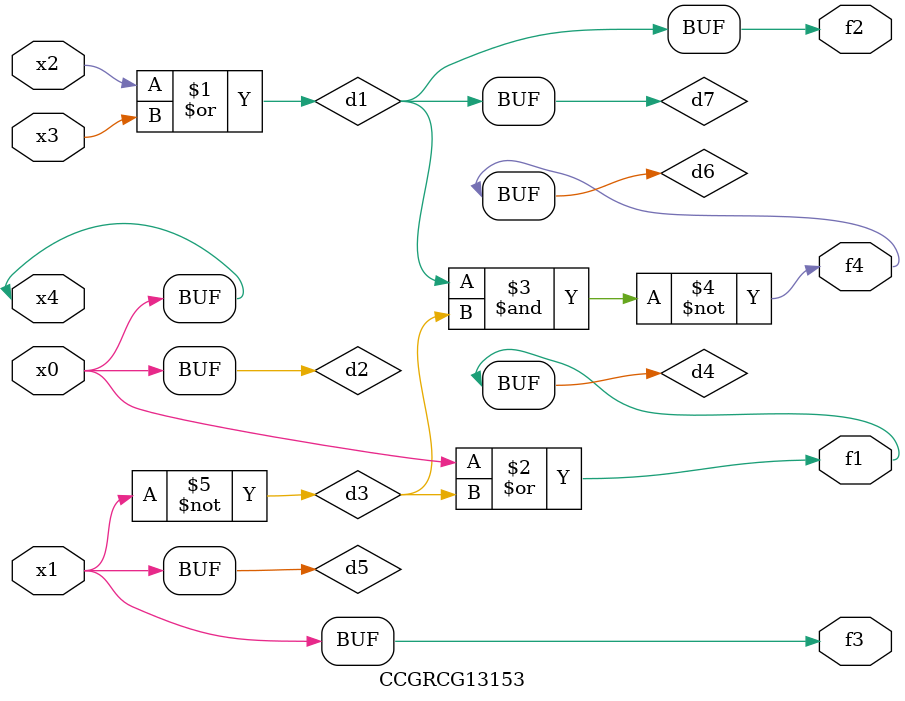
<source format=v>
module CCGRCG13153(
	input x0, x1, x2, x3, x4,
	output f1, f2, f3, f4
);

	wire d1, d2, d3, d4, d5, d6, d7;

	or (d1, x2, x3);
	buf (d2, x0, x4);
	not (d3, x1);
	or (d4, d2, d3);
	not (d5, d3);
	nand (d6, d1, d3);
	or (d7, d1);
	assign f1 = d4;
	assign f2 = d7;
	assign f3 = d5;
	assign f4 = d6;
endmodule

</source>
